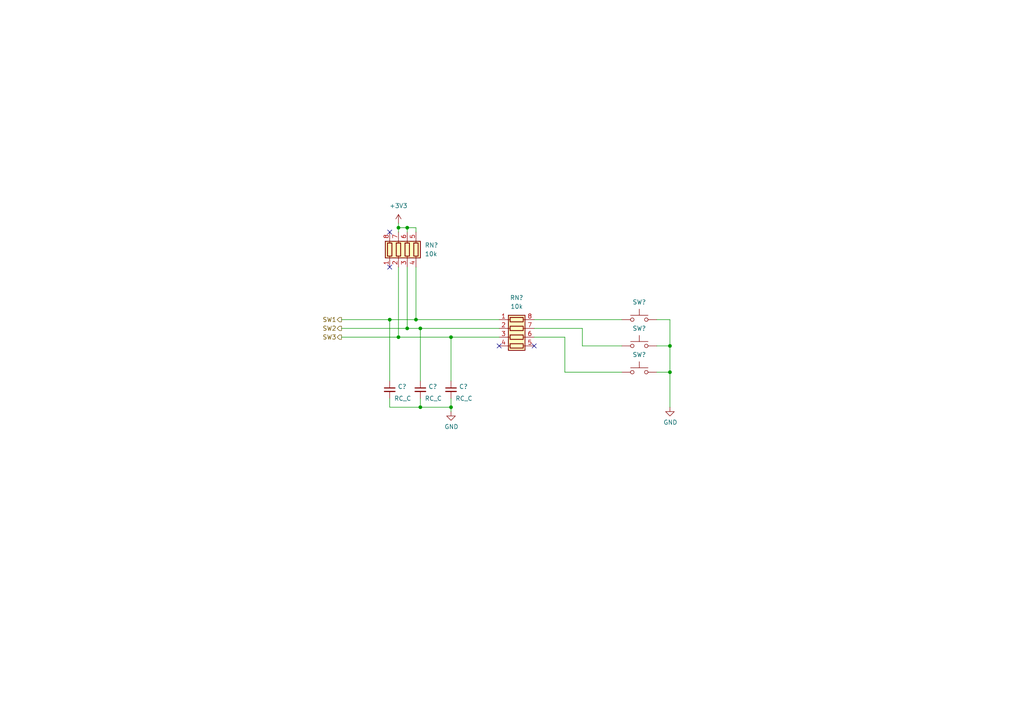
<source format=kicad_sch>
(kicad_sch (version 20230121) (generator eeschema)
  (paper "A4")
  (title_block (title "Buttons") (date "2023-03-17") (rev "1") (company "Cuprum77"))
  (lib_symbols
    (symbol "Device:C_Small" (pin_numbers hide) (pin_names (offset 0.254) hide)
      (property "Reference" "C" (at 0.254 1.778 0))
      (property "Value" "C_Small" (at 0.254 -2.032 0))
      (symbol "C_Small_0_1"
        (polyline (pts (xy -1.524 -0.508) (xy 1.524 -0.508)) (stroke (width 0.3302)))
        (polyline (pts (xy -1.524 0.508) (xy 1.524 0.508)) (stroke (width 0.3048)))
      )
      (symbol "C_Small_1_1"
        (pin passive line (at 0 2.54 270) (length 2.032) (name "~") (number "1"))
        (pin passive line (at 0 -2.54 90) (length 2.032) (name "~") (number "2"))
      )
    )
    (symbol "Device:R_Pack04" (pin_names (offset 0) hide)
      (property "Reference" "RN" (at -7.62 0 90))
      (property "Value" "R_Pack04" (at 5.08 0 90))
      (symbol "R_Pack04_0_1"
        (rectangle (start -6.35 -2.413) (end 3.81 2.413) (stroke (width 0.254)) (fill (type background)))
        (rectangle (start -5.715 1.905) (end -4.445 -1.905) (stroke (width 0.254)))
        (rectangle (start -3.175 1.905) (end -1.905 -1.905) (stroke (width 0.254)))
        (rectangle (start -0.635 1.905) (end 0.635 -1.905) (stroke (width 0.254)))
        (polyline (pts (xy -5.08 -2.54) (xy -5.08 -1.905)))
        (polyline (pts (xy -5.08 1.905) (xy -5.08 2.54)))
        (polyline (pts (xy -2.54 -2.54) (xy -2.54 -1.905)))
        (polyline (pts (xy -2.54 1.905) (xy -2.54 2.54)))
        (polyline (pts (xy 0 -2.54) (xy 0 -1.905)))
        (polyline (pts (xy 0 1.905) (xy 0 2.54)))
        (polyline (pts (xy 2.54 -2.54) (xy 2.54 -1.905)))
        (polyline (pts (xy 2.54 1.905) (xy 2.54 2.54)))
        (rectangle (start 1.905 1.905) (end 3.175 -1.905) (stroke (width 0.254)))
      )
      (symbol "R_Pack04_1_1"
        (pin passive line (at -5.08 -5.08 90) (length 2.54) (name "R1.1") (number "1"))
        (pin passive line (at -2.54 -5.08 90) (length 2.54) (name "R2.1") (number "2"))
        (pin passive line (at 0 -5.08 90) (length 2.54) (name "R3.1") (number "3"))
        (pin passive line (at 2.54 -5.08 90) (length 2.54) (name "R4.1") (number "4"))
        (pin passive line (at 2.54 5.08 270) (length 2.54) (name "R4.2") (number "5"))
        (pin passive line (at 0 5.08 270) (length 2.54) (name "R3.2") (number "6"))
        (pin passive line (at -2.54 5.08 270) (length 2.54) (name "R2.2") (number "7"))
        (pin passive line (at -5.08 5.08 270) (length 2.54) (name "R1.2") (number "8"))
      )
    )
    (symbol "Switch:SW_Push" (pin_numbers hide) (pin_names (offset 1.016) hide)
      (property "Reference" "SW" (at 1.27 2.54 0))
      (property "Value" "SW_Push" (at 0 -1.524 0))
      (symbol "SW_Push_0_1"
        (circle (center -2.032 0) (radius 0.508))
        (polyline (pts (xy 0 1.27) (xy 0 3.048)))
        (polyline (pts (xy 2.54 1.27) (xy -2.54 1.27)))
        (circle (center 2.032 0) (radius 0.508))
        (pin passive line (at -5.08 0 0) (length 2.54) (name "1") (number "1"))
        (pin passive line (at 5.08 0 180) (length 2.54) (name "2") (number "2"))
      )
    )
    (symbol "power:+3V3" (power) (pin_names (offset 0))
      (property "Value" "+3V3" (at 0 3.556 0))
      (symbol "+3V3_0_1"
        (polyline (pts (xy -0.762 1.27) (xy 0 2.54)))
        (polyline (pts (xy 0 0) (xy 0 2.54)))
        (polyline (pts (xy 0 2.54) (xy 0.762 1.27)))
      )
      (symbol "+3V3_1_1"
        (pin power_in line (at 0 0 90) (length 0) hide (name "+3V3") (number "1"))
      )
    )
    (symbol "power:GND" (power) (pin_names (offset 0))
      (property "Value" "GND" (at 0 -3.81 0))
      (symbol "GND_0_1"
        (polyline (pts (xy 0 0) (xy 0 -1.27) (xy 1.27 -1.27) (xy 0 -2.54) (xy -1.27 -1.27) (xy 0 -1.27)))
      )
      (symbol "GND_1_1"
        (pin power_in line (at 0 0 270) (length 0) hide (name "GND") (number "1"))
      )
    )
  )
  (junction (at 115.57 66.04))
  (junction (at 130.81 118.11))
  (junction (at 130.81 97.79))
  (junction (at 118.11 66.04))
  (junction (at 113.03 92.71))
  (junction (at 194.31 100.33))
  (junction (at 118.11 95.25))
  (junction (at 121.92 118.11))
  (junction (at 121.92 95.25))
  (junction (at 115.57 97.79))
  (junction (at 194.31 107.95))
  (junction (at 120.65 92.71))
  (no_connect (at 154.94 100.33))
  (no_connect (at 144.78 100.33))
  (no_connect (at 113.03 67.31))
  (no_connect (at 113.03 77.47))
  (wire (pts (xy 130.81 97.79) (xy 130.81 110.49)))
  (wire (pts (xy 130.81 115.57) (xy 130.81 118.11)))
  (wire (pts (xy 121.92 95.25) (xy 121.92 110.49)))
  (wire (pts (xy 154.94 95.25) (xy 168.91 95.25)))
  (wire (pts (xy 115.57 64.77) (xy 115.57 66.04)))
  (wire (pts (xy 115.57 66.04) (xy 118.11 66.04)))
  (wire (pts (xy 118.11 66.04) (xy 120.65 66.04)))
  (wire (pts (xy 120.65 77.47) (xy 120.65 92.71)))
  (wire (pts (xy 163.83 107.95) (xy 163.83 97.79)))
  (wire (pts (xy 118.11 95.25) (xy 121.92 95.25)))
  (wire (pts (xy 115.57 66.04) (xy 115.57 67.31)))
  (wire (pts (xy 113.03 115.57) (xy 113.03 118.11)))
  (wire (pts (xy 121.92 115.57) (xy 121.92 118.11)))
  (wire (pts (xy 99.06 97.79) (xy 115.57 97.79)))
  (wire (pts (xy 168.91 100.33) (xy 180.34 100.33)))
  (wire (pts (xy 113.03 92.71) (xy 113.03 110.49)))
  (wire (pts (xy 121.92 95.25) (xy 144.78 95.25)))
  (wire (pts (xy 194.31 100.33) (xy 194.31 107.95)))
  (wire (pts (xy 154.94 97.79) (xy 163.83 97.79)))
  (wire (pts (xy 168.91 100.33) (xy 168.91 95.25)))
  (wire (pts (xy 163.83 107.95) (xy 180.34 107.95)))
  (wire (pts (xy 115.57 97.79) (xy 130.81 97.79)))
  (wire (pts (xy 190.5 107.95) (xy 194.31 107.95)))
  (wire (pts (xy 190.5 92.71) (xy 194.31 92.71)))
  (wire (pts (xy 120.65 92.71) (xy 144.78 92.71)))
  (wire (pts (xy 118.11 66.04) (xy 118.11 67.31)))
  (wire (pts (xy 190.5 100.33) (xy 194.31 100.33)))
  (wire (pts (xy 194.31 107.95) (xy 194.31 118.11)))
  (wire (pts (xy 130.81 118.11) (xy 121.92 118.11)))
  (wire (pts (xy 130.81 119.38) (xy 130.81 118.11)))
  (wire (pts (xy 113.03 92.71) (xy 120.65 92.71)))
  (wire (pts (xy 120.65 66.04) (xy 120.65 67.31)))
  (wire (pts (xy 194.31 92.71) (xy 194.31 100.33)))
  (wire (pts (xy 118.11 77.47) (xy 118.11 95.25)))
  (wire (pts (xy 154.94 92.71) (xy 180.34 92.71)))
  (wire (pts (xy 99.06 92.71) (xy 113.03 92.71)))
  (wire (pts (xy 115.57 77.47) (xy 115.57 97.79)))
  (wire (pts (xy 113.03 118.11) (xy 121.92 118.11)))
  (wire (pts (xy 130.81 97.79) (xy 144.78 97.79)))
  (wire (pts (xy 99.06 95.25) (xy 118.11 95.25)))
  (hierarchical_label "SW3" (shape output) (at 99.06 97.79 180))
  (hierarchical_label "SW1" (shape output) (at 99.06 92.71 180))
  (hierarchical_label "SW2" (shape output) (at 99.06 95.25 180))
  (symbol (lib_id "power:+3V3") (at 115.57 64.77 0) (unit 1)
    (property "Reference" "#PWR?" (effects hide))
    (property "Value" "+3V3" (at 115.57 59.69 0))
    (instances (project "USB-PD" (path "" (reference "#PWR?") (unit 1)) (path "" (reference "#PWR020") (unit 1))))
  )
  (symbol (lib_id "Switch:SW_Push") (at 185.42 107.95 0) (unit 1)
    (property "Reference" "SW?" (at 185.42 102.87 0))
    (property "Value" "SW_CONF" (effects hide))
    (property "Footprint" "KiCAD Library:PTS636 SM25J SMTR LFS" (effects hide))
    (instances (project "USB-PD" (path "" (reference "SW?") (unit 1)) (path "" (reference "SW3") (unit 1))))
  )
  (symbol (lib_id "Switch:SW_Push") (at 185.42 100.33 0) (unit 1)
    (property "Reference" "SW?" (at 185.42 95.25 0))
    (property "Value" "SW_DOWN" (effects hide))
    (property "Footprint" "KiCAD Library:PTS636 SM25J SMTR LFS" (effects hide))
    (instances (project "USB-PD" (path "" (reference "SW?") (unit 1)) (path "" (reference "SW2") (unit 1))))
  )
  (symbol (lib_id "Device:R_Pack04") (at 118.11 72.39 0) (unit 1)
    (property "Reference" "RN?" (at 123.19 71.1199 0) (effects (justify left)))
    (property "Value" "10k" (at 123.19 73.6599 0) (effects (justify left)))
    (property "Footprint" "Resistor_SMD:R_Array_Convex_4x0603" (effects hide))
    (instances (project "USB-PD" (path "" (reference "RN?") (unit 1)) (path "" (reference "RN2") (unit 1))))
  )
  (symbol (lib_id "Device:R_Pack04") (at 149.86 97.79 270) (unit 1)
    (property "Reference" "RN?" (at 149.86 86.36 90))
    (property "Value" "10k" (at 149.86 88.9 90))
    (property "Footprint" "Resistor_SMD:R_Array_Convex_4x0603" (effects hide))
    (instances (project "USB-PD" (path "" (reference "RN?") (unit 1)) (path "" (reference "RN1") (unit 1))))
  )
  (symbol (lib_id "Device:C_Small") (at 113.03 113.03 0) (unit 1)
    (property "Reference" "C?" (at 115.3541 112.1278 0) (effects (justify left)))
    (property "Value" "RC_C" (at 114.3 115.57 0) (effects (justify left)))
    (property "Footprint" "KiCAD Library:C_0603_1608Metric" (effects hide))
    (instances (project "USB-PD" (path "" (reference "C?") (unit 1)) (path "" (reference "C18") (unit 1))))
  )
  (symbol (lib_id "Switch:SW_Push") (at 185.42 92.71 0) (unit 1)
    (property "Reference" "SW?" (at 185.42 87.63 0))
    (property "Value" "SW_MENU" (effects hide))
    (property "Footprint" "KiCAD Library:PTS636 SM25J SMTR LFS" (effects hide))
    (instances (project "USB-PD" (path "" (reference "SW?") (unit 1)) (path "" (reference "SW1") (unit 1))))
  )
  (symbol (lib_id "Device:C_Small") (at 121.92 113.03 0) (unit 1)
    (property "Reference" "C?" (at 124.2441 112.1278 0) (effects (justify left)))
    (property "Value" "RC_C" (at 123.19 115.57 0) (effects (justify left)))
    (property "Footprint" "KiCAD Library:C_0603_1608Metric" (effects hide))
    (instances (project "USB-PD" (path "" (reference "C?") (unit 1)) (path "" (reference "C19") (unit 1))))
  )
  (symbol (lib_id "power:GND") (at 130.81 119.38 0) (unit 1)
    (property "Reference" "#PWR?" (effects hide))
    (property "Value" "GND" (at 130.937 123.7742 0))
    (instances (project "USB-PD" (path "" (reference "#PWR?") (unit 1)) (path "" (reference "#PWR018") (unit 1))))
  )
  (symbol (lib_id "power:GND") (at 194.31 118.11 0) (unit 1)
    (property "Reference" "#PWR?" (effects hide))
    (property "Value" "GND" (at 194.437 122.5042 0))
    (instances (project "USB-PD" (path "" (reference "#PWR?") (unit 1)) (path "" (reference "#PWR023") (unit 1))))
  )
  (symbol (lib_id "Device:C_Small") (at 130.81 113.03 0) (unit 1)
    (property "Reference" "C?" (at 133.1341 112.1278 0) (effects (justify left)))
    (property "Value" "RC_C" (at 132.08 115.57 0) (effects (justify left)))
    (property "Footprint" "KiCAD Library:C_0603_1608Metric" (effects hide))
    (instances (project "USB-PD" (path "" (reference "C?") (unit 1)) (path "" (reference "C21") (unit 1))))
  )
)
</source>
